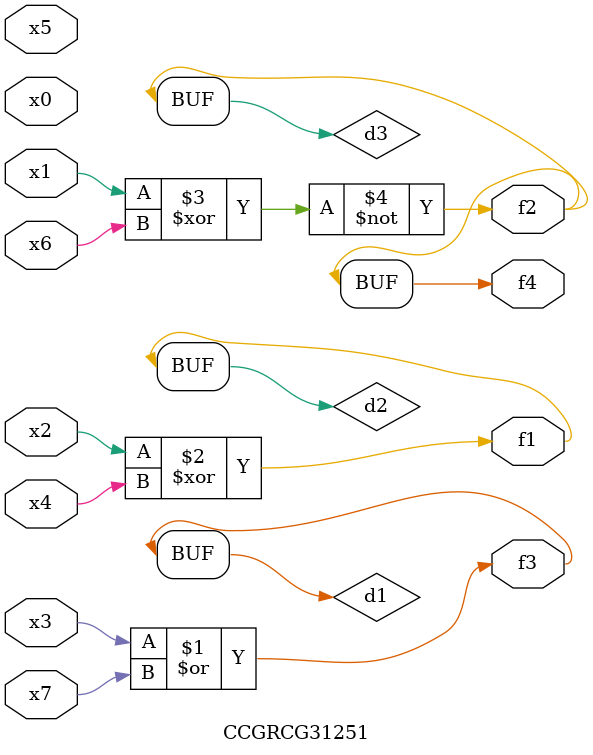
<source format=v>
module CCGRCG31251(
	input x0, x1, x2, x3, x4, x5, x6, x7,
	output f1, f2, f3, f4
);

	wire d1, d2, d3;

	or (d1, x3, x7);
	xor (d2, x2, x4);
	xnor (d3, x1, x6);
	assign f1 = d2;
	assign f2 = d3;
	assign f3 = d1;
	assign f4 = d3;
endmodule

</source>
